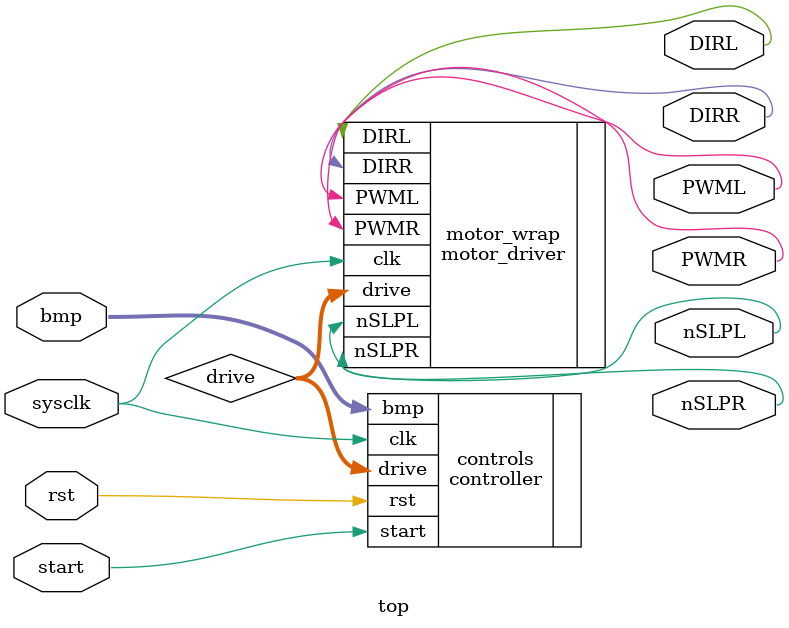
<source format=v>
`timescale 1ns / 1ps

module top(
input wire sysclk, //12MHz clock
//Bumper switches
input wire [5:0]bmp,
//fpga switches
input wire rst,start,
//Motor signals
output wire PWML,PWMR,DIRL,DIRR,nSLPR,nSLPL
    );

wire [2:0]drive;
 
 //wrapper for motor driver   
 motor_driver motor_wrap(
.clk(sysclk),
.drive(drive),//control signal
.PWML(PWML),
.PWMR(PWMR),
.DIRL(DIRL),
.DIRR(DIRR),
.nSLPR(nSLPR),
.nSLPL(nSLPL)
); 

controller controls(
.clk(sysclk),.rst(rst),.start(start),
.bmp(bmp),
.drive(drive)
    ); 

endmodule

</source>
